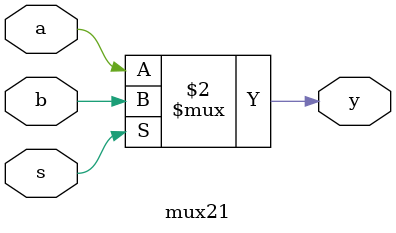
<source format=v>
module mux21(a, b, s, y);
	input a;
	input b;
	input s;
	output y;
	assign y = (s==1)?b:a;
endmodule

</source>
